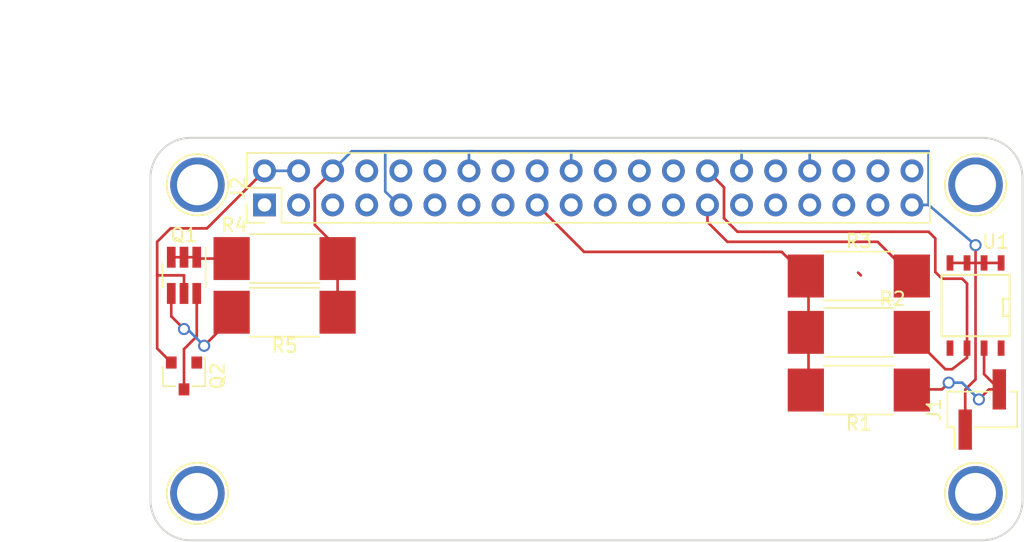
<source format=kicad_pcb>
(kicad_pcb (version 4) (host pcbnew 4.0.6)

  (general
    (links 33)
    (no_connects 4)
    (area -11.333333 -10 242.904763 188.28)
    (thickness 1.6)
    (drawings 15)
    (tracks 112)
    (zones 0)
    (modules 14)
    (nets 37)
  )

  (page A3)
  (title_block
    (date "15 nov 2012")
  )

  (layers
    (0 F.Cu signal)
    (31 B.Cu signal)
    (32 B.Adhes user)
    (33 F.Adhes user)
    (34 B.Paste user)
    (35 F.Paste user)
    (36 B.SilkS user)
    (37 F.SilkS user)
    (38 B.Mask user)
    (39 F.Mask user)
    (40 Dwgs.User user)
    (41 Cmts.User user)
    (42 Eco1.User user)
    (43 Eco2.User user)
    (44 Edge.Cuts user)
  )

  (setup
    (last_trace_width 0.2)
    (trace_clearance 0.2)
    (zone_clearance 0.508)
    (zone_45_only no)
    (trace_min 0.1524)
    (segment_width 0.2)
    (edge_width 0.15)
    (via_size 0.9)
    (via_drill 0.6)
    (via_min_size 0.8)
    (via_min_drill 0.5)
    (uvia_size 0.5)
    (uvia_drill 0.1)
    (uvias_allowed no)
    (uvia_min_size 0.5)
    (uvia_min_drill 0.1)
    (pcb_text_width 0.3)
    (pcb_text_size 1 1)
    (mod_edge_width 0.15)
    (mod_text_size 1 1)
    (mod_text_width 0.15)
    (pad_size 1 1)
    (pad_drill 0.6)
    (pad_to_mask_clearance 0)
    (aux_axis_origin 143.51 180.975)
    (visible_elements 7FFFFFFF)
    (pcbplotparams
      (layerselection 0x00030_80000001)
      (usegerberextensions true)
      (excludeedgelayer true)
      (linewidth 0.150000)
      (plotframeref false)
      (viasonmask false)
      (mode 1)
      (useauxorigin false)
      (hpglpennumber 1)
      (hpglpenspeed 20)
      (hpglpendiameter 15)
      (hpglpenoverlay 2)
      (psnegative false)
      (psa4output false)
      (plotreference true)
      (plotvalue true)
      (plotinvisibletext false)
      (padsonsilk false)
      (subtractmaskfromsilk false)
      (outputformat 1)
      (mirror false)
      (drillshape 1)
      (scaleselection 1)
      (outputdirectory ""))
  )

  (net 0 "")
  (net 1 +5V)
  (net 2 GND)
  (net 3 +3V3)
  (net 4 "Net-(J1-Pad2)")
  (net 5 "/Pi Connector/+5V_Pi")
  (net 6 "/Pi Connector/GPIO2")
  (net 7 "/Pi Connector/GPIO3")
  (net 8 "/Pi Connector/GCLK")
  (net 9 "/Pi Connector/GPIO14")
  (net 10 "/Pi Connector/GPIO15")
  (net 11 "/Pi Connector/GEN0")
  (net 12 "/Pi Connector/GEN1")
  (net 13 "/Pi Connector/GEN2")
  (net 14 "/Pi Connector/GEN3")
  (net 15 "/Pi Connector/GEN4")
  (net 16 "/Pi Connector/GEN5")
  (net 17 "/Pi Connector/GPIO10")
  (net 18 "/Pi Connector/GPIO9")
  (net 19 "/Pi Connector/GEN6")
  (net 20 "/Pi Connector/GPIO11")
  (net 21 "/Pi Connector/GPIO8")
  (net 22 "/Pi Connector/GPIO7")
  (net 23 "/Pi Connector/ID_SD")
  (net 24 "/Pi Connector/ID_SC")
  (net 25 "/Pi Connector/GPIO5")
  (net 26 "/Pi Connector/GPIO6")
  (net 27 "/Pi Connector/GPIO12")
  (net 28 "/Pi Connector/GPIO13")
  (net 29 "/Pi Connector/GPIO19")
  (net 30 "/Pi Connector/GPIO16")
  (net 31 "/Pi Connector/GPIO26")
  (net 32 "/Pi Connector/GPIO20")
  (net 33 "/Pi Connector/GPIO21")
  (net 34 "Net-(Q1-Pad1)")
  (net 35 "Net-(Q1-Pad4)")
  (net 36 "Net-(U1-Pad8)")

  (net_class Default "This is the default net class."
    (clearance 0.2)
    (trace_width 0.2)
    (via_dia 0.9)
    (via_drill 0.6)
    (uvia_dia 0.5)
    (uvia_drill 0.1)
    (add_net +3V3)
    (add_net +5V)
    (add_net "/Pi Connector/+5V_Pi")
    (add_net "/Pi Connector/GCLK")
    (add_net "/Pi Connector/GEN0")
    (add_net "/Pi Connector/GEN1")
    (add_net "/Pi Connector/GEN2")
    (add_net "/Pi Connector/GEN3")
    (add_net "/Pi Connector/GEN4")
    (add_net "/Pi Connector/GEN5")
    (add_net "/Pi Connector/GEN6")
    (add_net "/Pi Connector/GPIO10")
    (add_net "/Pi Connector/GPIO11")
    (add_net "/Pi Connector/GPIO12")
    (add_net "/Pi Connector/GPIO13")
    (add_net "/Pi Connector/GPIO14")
    (add_net "/Pi Connector/GPIO15")
    (add_net "/Pi Connector/GPIO16")
    (add_net "/Pi Connector/GPIO19")
    (add_net "/Pi Connector/GPIO2")
    (add_net "/Pi Connector/GPIO20")
    (add_net "/Pi Connector/GPIO21")
    (add_net "/Pi Connector/GPIO26")
    (add_net "/Pi Connector/GPIO3")
    (add_net "/Pi Connector/GPIO5")
    (add_net "/Pi Connector/GPIO6")
    (add_net "/Pi Connector/GPIO7")
    (add_net "/Pi Connector/GPIO8")
    (add_net "/Pi Connector/GPIO9")
    (add_net "/Pi Connector/ID_SC")
    (add_net "/Pi Connector/ID_SD")
    (add_net GND)
    (add_net "Net-(J1-Pad2)")
    (add_net "Net-(Q1-Pad1)")
    (add_net "Net-(Q1-Pad4)")
    (add_net "Net-(U1-Pad8)")
  )

  (net_class Power ""
    (clearance 0.2)
    (trace_width 0.5)
    (via_dia 1)
    (via_drill 0.7)
    (uvia_dia 0.5)
    (uvia_drill 0.1)
  )

  (module Pin_Headers:Pin_Header_Straight_1x02_Pitch2.54mm_SMD_Pin1Left locked (layer F.Cu) (tedit 58CD4EC1) (tstamp 59407229)
    (at 242 155.25 90)
    (descr "surface-mounted straight pin header, 1x02, 2.54mm pitch, single row, style 1 (pin 1 left)")
    (tags "Surface mounted pin header SMD 1x02 2.54mm single row style1 pin1 left")
    (path /593AE832)
    (attr smd)
    (fp_text reference J1 (at 0 -3.6 90) (layer F.SilkS)
      (effects (font (size 1 1) (thickness 0.15)))
    )
    (fp_text value CONN_02X01 (at 0 3.6 90) (layer F.Fab)
      (effects (font (size 1 1) (thickness 0.15)))
    )
    (fp_line (start -1.27 -2.54) (end -1.27 2.54) (layer F.Fab) (width 0.1))
    (fp_line (start -1.27 2.54) (end 1.27 2.54) (layer F.Fab) (width 0.1))
    (fp_line (start 1.27 2.54) (end 1.27 -2.54) (layer F.Fab) (width 0.1))
    (fp_line (start 1.27 -2.54) (end -1.27 -2.54) (layer F.Fab) (width 0.1))
    (fp_line (start -1.27 -1.59) (end -1.27 -0.95) (layer F.Fab) (width 0.1))
    (fp_line (start -1.27 -0.95) (end -2.65 -0.95) (layer F.Fab) (width 0.1))
    (fp_line (start -2.65 -0.95) (end -2.65 -1.59) (layer F.Fab) (width 0.1))
    (fp_line (start -2.65 -1.59) (end -1.27 -1.59) (layer F.Fab) (width 0.1))
    (fp_line (start 1.27 0.95) (end 1.27 1.59) (layer F.Fab) (width 0.1))
    (fp_line (start 1.27 1.59) (end 2.65 1.59) (layer F.Fab) (width 0.1))
    (fp_line (start 2.65 1.59) (end 2.65 0.95) (layer F.Fab) (width 0.1))
    (fp_line (start 2.65 0.95) (end 1.27 0.95) (layer F.Fab) (width 0.1))
    (fp_line (start -1.33 -2.07) (end -1.33 -2.6) (layer F.SilkS) (width 0.12))
    (fp_line (start -1.33 -2.6) (end 1.33 -2.6) (layer F.SilkS) (width 0.12))
    (fp_line (start 1.33 -2.6) (end 1.33 -2.07) (layer F.SilkS) (width 0.12))
    (fp_line (start -1.33 2.07) (end -1.33 2.6) (layer F.SilkS) (width 0.12))
    (fp_line (start -1.33 2.6) (end 1.33 2.6) (layer F.SilkS) (width 0.12))
    (fp_line (start 1.33 2.6) (end 1.33 2.07) (layer F.SilkS) (width 0.12))
    (fp_line (start 1.33 -2.6) (end 1.33 0.59) (layer F.SilkS) (width 0.12))
    (fp_line (start -1.33 -2.07) (end -3 -2.07) (layer F.SilkS) (width 0.12))
    (fp_line (start -1.33 -0.59) (end -1.33 2.6) (layer F.SilkS) (width 0.12))
    (fp_line (start -3.5 -3.05) (end -3.5 3.05) (layer F.CrtYd) (width 0.05))
    (fp_line (start -3.5 3.05) (end 3.5 3.05) (layer F.CrtYd) (width 0.05))
    (fp_line (start 3.5 3.05) (end 3.5 -3.05) (layer F.CrtYd) (width 0.05))
    (fp_line (start 3.5 -3.05) (end -3.5 -3.05) (layer F.CrtYd) (width 0.05))
    (fp_text user %R (at 0 -3.6 90) (layer F.Fab)
      (effects (font (size 1 1) (thickness 0.15)))
    )
    (pad 1 smd rect (at -1.5 -1.27 90) (size 3 1) (layers F.Cu F.Paste F.Mask)
      (net 2 GND))
    (pad 2 smd rect (at 1.5 1.27 90) (size 3 1) (layers F.Cu F.Paste F.Mask)
      (net 4 "Net-(J1-Pad2)"))
    (model ${KISYS3DMOD}/Pin_Headers.3dshapes/Pin_Header_Straight_1x02_Pitch2.54mm_SMD_Pin1Left.wrl
      (at (xyz 0 0 0))
      (scale (xyz 1 1 1))
      (rotate (xyz 0 0 0))
    )
  )

  (module TO_SOT_Packages_SMD:SOT-23-6_Handsoldering locked (layer F.Cu) (tedit 59408F3E) (tstamp 5940731B)
    (at 182.5 145.25 270)
    (descr "6-pin SOT-23 package, Handsoldering")
    (tags "SOT-23-6 Handsoldering")
    (path /5939A150/5939C269)
    (attr smd)
    (fp_text reference Q1 (at -3 0 360) (layer F.SilkS)
      (effects (font (size 1 1) (thickness 0.15)))
    )
    (fp_text value DMMT5401 (at 0 3.25 270) (layer F.Fab)
      (effects (font (size 1 1) (thickness 0.15)))
    )
    (fp_text user %R (at 0 0 270) (layer F.Fab)
      (effects (font (size 0.5 0.5) (thickness 0.075)))
    )
    (fp_line (start -0.9 1.61) (end 0.9 1.61) (layer F.SilkS) (width 0.12))
    (fp_line (start 0.9 -1.61) (end -2.05 -1.61) (layer F.SilkS) (width 0.12))
    (fp_line (start -2.4 1.8) (end -2.4 -1.8) (layer F.CrtYd) (width 0.05))
    (fp_line (start 2.4 1.8) (end -2.4 1.8) (layer F.CrtYd) (width 0.05))
    (fp_line (start 2.4 -1.8) (end 2.4 1.8) (layer F.CrtYd) (width 0.05))
    (fp_line (start -2.4 -1.8) (end 2.4 -1.8) (layer F.CrtYd) (width 0.05))
    (fp_line (start -0.9 -0.9) (end -0.25 -1.55) (layer F.Fab) (width 0.1))
    (fp_line (start 0.9 -1.55) (end -0.25 -1.55) (layer F.Fab) (width 0.1))
    (fp_line (start -0.9 -0.9) (end -0.9 1.55) (layer F.Fab) (width 0.1))
    (fp_line (start 0.9 1.55) (end -0.9 1.55) (layer F.Fab) (width 0.1))
    (fp_line (start 0.9 -1.55) (end 0.9 1.55) (layer F.Fab) (width 0.1))
    (pad 1 smd rect (at -1.35 -0.95 270) (size 1.56 0.65) (layers F.Cu F.Paste F.Mask)
      (net 34 "Net-(Q1-Pad1)"))
    (pad 2 smd rect (at -1.35 0 270) (size 1.56 0.65) (layers F.Cu F.Paste F.Mask)
      (net 34 "Net-(Q1-Pad1)"))
    (pad 3 smd rect (at -1.35 0.95 270) (size 1.56 0.65) (layers F.Cu F.Paste F.Mask)
      (net 34 "Net-(Q1-Pad1)"))
    (pad 4 smd rect (at 1.35 0.95 270) (size 1.56 0.65) (layers F.Cu F.Paste F.Mask)
      (net 35 "Net-(Q1-Pad4)"))
    (pad 6 smd rect (at 1.35 -0.95 270) (size 1.56 0.65) (layers F.Cu F.Paste F.Mask)
      (net 1 +5V))
    (pad 5 smd rect (at 1.35 0 270) (size 1.56 0.65) (layers F.Cu F.Paste F.Mask)
      (net 5 "/Pi Connector/+5V_Pi"))
    (model ${KISYS3DMOD}/TO_SOT_Packages_SMD.3dshapes/SOT-23-6.wrl
      (at (xyz 0 0 0))
      (scale (xyz 1 1 1))
      (rotate (xyz 0 0 0))
    )
  )

  (module TO_SOT_Packages_SMD:SOT-23 locked (layer F.Cu) (tedit 59408F8D) (tstamp 59407330)
    (at 182.5 152.75 270)
    (descr "SOT-23, Standard")
    (tags SOT-23)
    (path /5939A150/5939A4E1)
    (attr smd)
    (fp_text reference Q2 (at 0 -2.5 270) (layer F.SilkS)
      (effects (font (size 1 1) (thickness 0.15)))
    )
    (fp_text value DMG2305UX (at 2.25 -2.25 360) (layer F.Fab)
      (effects (font (size 1 1) (thickness 0.15)))
    )
    (fp_text user %R (at 0 0 270) (layer F.Fab)
      (effects (font (size 0.5 0.5) (thickness 0.075)))
    )
    (fp_line (start -0.7 -0.95) (end -0.7 1.5) (layer F.Fab) (width 0.1))
    (fp_line (start -0.15 -1.52) (end 0.7 -1.52) (layer F.Fab) (width 0.1))
    (fp_line (start -0.7 -0.95) (end -0.15 -1.52) (layer F.Fab) (width 0.1))
    (fp_line (start 0.7 -1.52) (end 0.7 1.52) (layer F.Fab) (width 0.1))
    (fp_line (start -0.7 1.52) (end 0.7 1.52) (layer F.Fab) (width 0.1))
    (fp_line (start 0.76 1.58) (end 0.76 0.65) (layer F.SilkS) (width 0.12))
    (fp_line (start 0.76 -1.58) (end 0.76 -0.65) (layer F.SilkS) (width 0.12))
    (fp_line (start -1.7 -1.75) (end 1.7 -1.75) (layer F.CrtYd) (width 0.05))
    (fp_line (start 1.7 -1.75) (end 1.7 1.75) (layer F.CrtYd) (width 0.05))
    (fp_line (start 1.7 1.75) (end -1.7 1.75) (layer F.CrtYd) (width 0.05))
    (fp_line (start -1.7 1.75) (end -1.7 -1.75) (layer F.CrtYd) (width 0.05))
    (fp_line (start 0.76 -1.58) (end -1.4 -1.58) (layer F.SilkS) (width 0.12))
    (fp_line (start 0.76 1.58) (end -0.7 1.58) (layer F.SilkS) (width 0.12))
    (pad 1 smd rect (at -1 -0.95 270) (size 0.9 0.8) (layers F.Cu F.Paste F.Mask)
      (net 35 "Net-(Q1-Pad4)"))
    (pad 2 smd rect (at -1 0.95 270) (size 0.9 0.8) (layers F.Cu F.Paste F.Mask)
      (net 5 "/Pi Connector/+5V_Pi"))
    (pad 3 smd rect (at 1 0 270) (size 0.9 0.8) (layers F.Cu F.Paste F.Mask)
      (net 1 +5V))
    (model ${KISYS3DMOD}/TO_SOT_Packages_SMD.3dshapes/SOT-23.wrl
      (at (xyz 0 0 0))
      (scale (xyz 1 1 1))
      (rotate (xyz 0 0 0))
    )
  )

  (module Resistors_SMD:R_2512_HandSoldering locked (layer F.Cu) (tedit 59408F02) (tstamp 59407341)
    (at 190 144)
    (descr "Resistor SMD 2512, hand soldering")
    (tags "resistor 2512")
    (path /5939A150/5939C46F)
    (attr smd)
    (fp_text reference R4 (at -3.75 -2.5) (layer F.SilkS)
      (effects (font (size 1 1) (thickness 0.15)))
    )
    (fp_text value 10K (at 0 0) (layer F.Fab)
      (effects (font (size 1 1) (thickness 0.15)))
    )
    (fp_text user %R (at 0 0) (layer F.Fab)
      (effects (font (size 1 1) (thickness 0.15)))
    )
    (fp_line (start -3.15 1.6) (end -3.15 -1.6) (layer F.Fab) (width 0.1))
    (fp_line (start 3.15 1.6) (end -3.15 1.6) (layer F.Fab) (width 0.1))
    (fp_line (start 3.15 -1.6) (end 3.15 1.6) (layer F.Fab) (width 0.1))
    (fp_line (start -3.15 -1.6) (end 3.15 -1.6) (layer F.Fab) (width 0.1))
    (fp_line (start 2.6 1.82) (end -2.6 1.82) (layer F.SilkS) (width 0.12))
    (fp_line (start -2.6 -1.82) (end 2.6 -1.82) (layer F.SilkS) (width 0.12))
    (fp_line (start -5.56 -1.85) (end 5.55 -1.85) (layer F.CrtYd) (width 0.05))
    (fp_line (start -5.56 -1.85) (end -5.56 1.85) (layer F.CrtYd) (width 0.05))
    (fp_line (start 5.55 1.85) (end 5.55 -1.85) (layer F.CrtYd) (width 0.05))
    (fp_line (start 5.55 1.85) (end -5.56 1.85) (layer F.CrtYd) (width 0.05))
    (pad 1 smd rect (at -3.95 0) (size 2.7 3.2) (layers F.Cu F.Paste F.Mask)
      (net 34 "Net-(Q1-Pad1)"))
    (pad 2 smd rect (at 3.95 0) (size 2.7 3.2) (layers F.Cu F.Paste F.Mask)
      (net 2 GND))
    (model ${KISYS3DMOD}/Resistors_SMD.3dshapes/R_2512.wrl
      (at (xyz 0 0 0))
      (scale (xyz 1 1 1))
      (rotate (xyz 0 0 0))
    )
  )

  (module Resistors_SMD:R_2512_HandSoldering locked (layer F.Cu) (tedit 59408EF6) (tstamp 59407352)
    (at 190 148)
    (descr "Resistor SMD 2512, hand soldering")
    (tags "resistor 2512")
    (path /5939A150/5939C4DE)
    (attr smd)
    (fp_text reference R5 (at 0 2.5) (layer F.SilkS)
      (effects (font (size 1 1) (thickness 0.15)))
    )
    (fp_text value 47K (at 0 0.25) (layer F.Fab)
      (effects (font (size 1 1) (thickness 0.15)))
    )
    (fp_text user %R (at 0 0) (layer F.Fab)
      (effects (font (size 1 1) (thickness 0.15)))
    )
    (fp_line (start -3.15 1.6) (end -3.15 -1.6) (layer F.Fab) (width 0.1))
    (fp_line (start 3.15 1.6) (end -3.15 1.6) (layer F.Fab) (width 0.1))
    (fp_line (start 3.15 -1.6) (end 3.15 1.6) (layer F.Fab) (width 0.1))
    (fp_line (start -3.15 -1.6) (end 3.15 -1.6) (layer F.Fab) (width 0.1))
    (fp_line (start 2.6 1.82) (end -2.6 1.82) (layer F.SilkS) (width 0.12))
    (fp_line (start -2.6 -1.82) (end 2.6 -1.82) (layer F.SilkS) (width 0.12))
    (fp_line (start -5.56 -1.85) (end 5.55 -1.85) (layer F.CrtYd) (width 0.05))
    (fp_line (start -5.56 -1.85) (end -5.56 1.85) (layer F.CrtYd) (width 0.05))
    (fp_line (start 5.55 1.85) (end 5.55 -1.85) (layer F.CrtYd) (width 0.05))
    (fp_line (start 5.55 1.85) (end -5.56 1.85) (layer F.CrtYd) (width 0.05))
    (pad 1 smd rect (at -3.95 0) (size 2.7 3.2) (layers F.Cu F.Paste F.Mask)
      (net 35 "Net-(Q1-Pad4)"))
    (pad 2 smd rect (at 3.95 0) (size 2.7 3.2) (layers F.Cu F.Paste F.Mask)
      (net 2 GND))
    (model ${KISYS3DMOD}/Resistors_SMD.3dshapes/R_2512.wrl
      (at (xyz 0 0 0))
      (scale (xyz 1 1 1))
      (rotate (xyz 0 0 0))
    )
  )

  (module SMD_Packages:SOIC-8-N locked (layer F.Cu) (tedit 59408F71) (tstamp 59407365)
    (at 241.5 147.5 180)
    (descr "Module Narrow CMS SOJ 8 pins large")
    (tags "CMS SOJ")
    (path /593A5DD2)
    (attr smd)
    (fp_text reference U1 (at -1.5 4.75 180) (layer F.SilkS)
      (effects (font (size 1 1) (thickness 0.15)))
    )
    (fp_text value CAT24C32WI-GT3 (at 0 1.27 180) (layer F.Fab)
      (effects (font (size 1 1) (thickness 0.15)))
    )
    (fp_line (start -2.54 -2.286) (end 2.54 -2.286) (layer F.SilkS) (width 0.15))
    (fp_line (start 2.54 -2.286) (end 2.54 2.286) (layer F.SilkS) (width 0.15))
    (fp_line (start 2.54 2.286) (end -2.54 2.286) (layer F.SilkS) (width 0.15))
    (fp_line (start -2.54 2.286) (end -2.54 -2.286) (layer F.SilkS) (width 0.15))
    (fp_line (start -2.54 -0.762) (end -2.032 -0.762) (layer F.SilkS) (width 0.15))
    (fp_line (start -2.032 -0.762) (end -2.032 0.508) (layer F.SilkS) (width 0.15))
    (fp_line (start -2.032 0.508) (end -2.54 0.508) (layer F.SilkS) (width 0.15))
    (pad 8 smd rect (at -1.905 -3.175 180) (size 0.508 1.143) (layers F.Cu F.Paste F.Mask)
      (net 36 "Net-(U1-Pad8)"))
    (pad 7 smd rect (at -0.635 -3.175 180) (size 0.508 1.143) (layers F.Cu F.Paste F.Mask)
      (net 4 "Net-(J1-Pad2)"))
    (pad 6 smd rect (at 0.635 -3.175 180) (size 0.508 1.143) (layers F.Cu F.Paste F.Mask)
      (net 24 "/Pi Connector/ID_SC"))
    (pad 5 smd rect (at 1.905 -3.175 180) (size 0.508 1.143) (layers F.Cu F.Paste F.Mask)
      (net 23 "/Pi Connector/ID_SD"))
    (pad 4 smd rect (at 1.905 3.175 180) (size 0.508 1.143) (layers F.Cu F.Paste F.Mask)
      (net 2 GND))
    (pad 3 smd rect (at 0.635 3.175 180) (size 0.508 1.143) (layers F.Cu F.Paste F.Mask)
      (net 2 GND))
    (pad 2 smd rect (at -0.635 3.175 180) (size 0.508 1.143) (layers F.Cu F.Paste F.Mask)
      (net 2 GND))
    (pad 1 smd rect (at -1.905 3.175 180) (size 0.508 1.143) (layers F.Cu F.Paste F.Mask)
      (net 2 GND))
    (model SMD_Packages.3dshapes/SOIC-8-N.wrl
      (at (xyz 0 0 0))
      (scale (xyz 0.5 0.38 0.5))
      (rotate (xyz 0 0 0))
    )
  )

  (module Pin_Headers:Pin_Header_Straight_2x20_Pitch2.54mm locked (layer F.Cu) (tedit 59408F42) (tstamp 594075CC)
    (at 188.5 140 90)
    (descr "Through hole straight pin header, 2x20, 2.54mm pitch, double rows")
    (tags "Through hole pin header THT 2x20 2.54mm double row")
    (path /59374905/59374B1F)
    (fp_text reference J2 (at 1.25 -2 90) (layer F.SilkS)
      (effects (font (size 1 1) (thickness 0.15)))
    )
    (fp_text value CONN_02X20 (at 1.27 50.59 90) (layer F.Fab)
      (effects (font (size 1 1) (thickness 0.15)))
    )
    (fp_line (start -1.27 -1.27) (end -1.27 49.53) (layer F.Fab) (width 0.1))
    (fp_line (start -1.27 49.53) (end 3.81 49.53) (layer F.Fab) (width 0.1))
    (fp_line (start 3.81 49.53) (end 3.81 -1.27) (layer F.Fab) (width 0.1))
    (fp_line (start 3.81 -1.27) (end -1.27 -1.27) (layer F.Fab) (width 0.1))
    (fp_line (start -1.33 1.27) (end -1.33 49.59) (layer F.SilkS) (width 0.12))
    (fp_line (start -1.33 49.59) (end 3.87 49.59) (layer F.SilkS) (width 0.12))
    (fp_line (start 3.87 49.59) (end 3.87 -1.33) (layer F.SilkS) (width 0.12))
    (fp_line (start 3.87 -1.33) (end 1.27 -1.33) (layer F.SilkS) (width 0.12))
    (fp_line (start 1.27 -1.33) (end 1.27 1.27) (layer F.SilkS) (width 0.12))
    (fp_line (start 1.27 1.27) (end -1.33 1.27) (layer F.SilkS) (width 0.12))
    (fp_line (start -1.33 0) (end -1.33 -1.33) (layer F.SilkS) (width 0.12))
    (fp_line (start -1.33 -1.33) (end 0 -1.33) (layer F.SilkS) (width 0.12))
    (fp_line (start -1.8 -1.8) (end -1.8 50.05) (layer F.CrtYd) (width 0.05))
    (fp_line (start -1.8 50.05) (end 4.35 50.05) (layer F.CrtYd) (width 0.05))
    (fp_line (start 4.35 50.05) (end 4.35 -1.8) (layer F.CrtYd) (width 0.05))
    (fp_line (start 4.35 -1.8) (end -1.8 -1.8) (layer F.CrtYd) (width 0.05))
    (fp_text user %R (at 1.27 -2.33 90) (layer F.Fab)
      (effects (font (size 1 1) (thickness 0.15)))
    )
    (pad 1 thru_hole rect (at 0 0 90) (size 1.7 1.7) (drill 1) (layers *.Cu *.Mask)
      (net 3 +3V3))
    (pad 2 thru_hole oval (at 2.54 0 90) (size 1.7 1.7) (drill 1) (layers *.Cu *.Mask)
      (net 5 "/Pi Connector/+5V_Pi"))
    (pad 3 thru_hole oval (at 0 2.54 90) (size 1.7 1.7) (drill 1) (layers *.Cu *.Mask)
      (net 6 "/Pi Connector/GPIO2"))
    (pad 4 thru_hole oval (at 2.54 2.54 90) (size 1.7 1.7) (drill 1) (layers *.Cu *.Mask)
      (net 5 "/Pi Connector/+5V_Pi"))
    (pad 5 thru_hole oval (at 0 5.08 90) (size 1.7 1.7) (drill 1) (layers *.Cu *.Mask)
      (net 7 "/Pi Connector/GPIO3"))
    (pad 6 thru_hole oval (at 2.54 5.08 90) (size 1.7 1.7) (drill 1) (layers *.Cu *.Mask)
      (net 2 GND))
    (pad 7 thru_hole oval (at 0 7.62 90) (size 1.7 1.7) (drill 1) (layers *.Cu *.Mask)
      (net 8 "/Pi Connector/GCLK"))
    (pad 8 thru_hole oval (at 2.54 7.62 90) (size 1.7 1.7) (drill 1) (layers *.Cu *.Mask)
      (net 9 "/Pi Connector/GPIO14"))
    (pad 9 thru_hole oval (at 0 10.16 90) (size 1.7 1.7) (drill 1) (layers *.Cu *.Mask)
      (net 2 GND))
    (pad 10 thru_hole oval (at 2.54 10.16 90) (size 1.7 1.7) (drill 1) (layers *.Cu *.Mask)
      (net 10 "/Pi Connector/GPIO15"))
    (pad 11 thru_hole oval (at 0 12.7 90) (size 1.7 1.7) (drill 1) (layers *.Cu *.Mask)
      (net 11 "/Pi Connector/GEN0"))
    (pad 12 thru_hole oval (at 2.54 12.7 90) (size 1.7 1.7) (drill 1) (layers *.Cu *.Mask)
      (net 12 "/Pi Connector/GEN1"))
    (pad 13 thru_hole oval (at 0 15.24 90) (size 1.7 1.7) (drill 1) (layers *.Cu *.Mask)
      (net 13 "/Pi Connector/GEN2"))
    (pad 14 thru_hole oval (at 2.54 15.24 90) (size 1.7 1.7) (drill 1) (layers *.Cu *.Mask)
      (net 2 GND))
    (pad 15 thru_hole oval (at 0 17.78 90) (size 1.7 1.7) (drill 1) (layers *.Cu *.Mask)
      (net 14 "/Pi Connector/GEN3"))
    (pad 16 thru_hole oval (at 2.54 17.78 90) (size 1.7 1.7) (drill 1) (layers *.Cu *.Mask)
      (net 15 "/Pi Connector/GEN4"))
    (pad 17 thru_hole oval (at 0 20.32 90) (size 1.7 1.7) (drill 1) (layers *.Cu *.Mask)
      (net 3 +3V3))
    (pad 18 thru_hole oval (at 2.54 20.32 90) (size 1.7 1.7) (drill 1) (layers *.Cu *.Mask)
      (net 16 "/Pi Connector/GEN5"))
    (pad 19 thru_hole oval (at 0 22.86 90) (size 1.7 1.7) (drill 1) (layers *.Cu *.Mask)
      (net 17 "/Pi Connector/GPIO10"))
    (pad 20 thru_hole oval (at 2.54 22.86 90) (size 1.7 1.7) (drill 1) (layers *.Cu *.Mask)
      (net 2 GND))
    (pad 21 thru_hole oval (at 0 25.4 90) (size 1.7 1.7) (drill 1) (layers *.Cu *.Mask)
      (net 18 "/Pi Connector/GPIO9"))
    (pad 22 thru_hole oval (at 2.54 25.4 90) (size 1.7 1.7) (drill 1) (layers *.Cu *.Mask)
      (net 19 "/Pi Connector/GEN6"))
    (pad 23 thru_hole oval (at 0 27.94 90) (size 1.7 1.7) (drill 1) (layers *.Cu *.Mask)
      (net 20 "/Pi Connector/GPIO11"))
    (pad 24 thru_hole oval (at 2.54 27.94 90) (size 1.7 1.7) (drill 1) (layers *.Cu *.Mask)
      (net 21 "/Pi Connector/GPIO8"))
    (pad 25 thru_hole oval (at 0 30.48 90) (size 1.7 1.7) (drill 1) (layers *.Cu *.Mask)
      (net 2 GND))
    (pad 26 thru_hole oval (at 2.54 30.48 90) (size 1.7 1.7) (drill 1) (layers *.Cu *.Mask)
      (net 22 "/Pi Connector/GPIO7"))
    (pad 27 thru_hole oval (at 0 33.02 90) (size 1.7 1.7) (drill 1) (layers *.Cu *.Mask)
      (net 23 "/Pi Connector/ID_SD"))
    (pad 28 thru_hole oval (at 2.54 33.02 90) (size 1.7 1.7) (drill 1) (layers *.Cu *.Mask)
      (net 24 "/Pi Connector/ID_SC"))
    (pad 29 thru_hole oval (at 0 35.56 90) (size 1.7 1.7) (drill 1) (layers *.Cu *.Mask)
      (net 25 "/Pi Connector/GPIO5"))
    (pad 30 thru_hole oval (at 2.54 35.56 90) (size 1.7 1.7) (drill 1) (layers *.Cu *.Mask)
      (net 2 GND))
    (pad 31 thru_hole oval (at 0 38.1 90) (size 1.7 1.7) (drill 1) (layers *.Cu *.Mask)
      (net 26 "/Pi Connector/GPIO6"))
    (pad 32 thru_hole oval (at 2.54 38.1 90) (size 1.7 1.7) (drill 1) (layers *.Cu *.Mask)
      (net 27 "/Pi Connector/GPIO12"))
    (pad 33 thru_hole oval (at 0 40.64 90) (size 1.7 1.7) (drill 1) (layers *.Cu *.Mask)
      (net 28 "/Pi Connector/GPIO13"))
    (pad 34 thru_hole oval (at 2.54 40.64 90) (size 1.7 1.7) (drill 1) (layers *.Cu *.Mask)
      (net 2 GND))
    (pad 35 thru_hole oval (at 0 43.18 90) (size 1.7 1.7) (drill 1) (layers *.Cu *.Mask)
      (net 29 "/Pi Connector/GPIO19"))
    (pad 36 thru_hole oval (at 2.54 43.18 90) (size 1.7 1.7) (drill 1) (layers *.Cu *.Mask)
      (net 30 "/Pi Connector/GPIO16"))
    (pad 37 thru_hole oval (at 0 45.72 90) (size 1.7 1.7) (drill 1) (layers *.Cu *.Mask)
      (net 31 "/Pi Connector/GPIO26"))
    (pad 38 thru_hole oval (at 2.54 45.72 90) (size 1.7 1.7) (drill 1) (layers *.Cu *.Mask)
      (net 32 "/Pi Connector/GPIO20"))
    (pad 39 thru_hole oval (at 0 48.26 90) (size 1.7 1.7) (drill 1) (layers *.Cu *.Mask)
      (net 2 GND))
    (pad 40 thru_hole oval (at 2.54 48.26 90) (size 1.7 1.7) (drill 1) (layers *.Cu *.Mask)
      (net 33 "/Pi Connector/GPIO21"))
    (model ${KISYS3DMOD}/Pin_Headers.3dshapes/Pin_Header_Straight_2x20_Pitch2.54mm.wrl
      (at (xyz 0.05 -0.95 0))
      (scale (xyz 1 1 1))
      (rotate (xyz 0 0 90))
    )
  )

  (module Resistors_SMD:R_2512_HandSoldering locked (layer F.Cu) (tedit 59408F50) (tstamp 5940763D)
    (at 232.8 153.8)
    (descr "Resistor SMD 2512, hand soldering")
    (tags "resistor 2512")
    (path /593AD0AC)
    (attr smd)
    (fp_text reference R1 (at 0 2.5) (layer F.SilkS)
      (effects (font (size 1 1) (thickness 0.15)))
    )
    (fp_text value 1K (at 0 0) (layer F.Fab)
      (effects (font (size 1 1) (thickness 0.15)))
    )
    (fp_text user %R (at 0 0) (layer F.Fab)
      (effects (font (size 1 1) (thickness 0.15)))
    )
    (fp_line (start -3.15 1.6) (end -3.15 -1.6) (layer F.Fab) (width 0.1))
    (fp_line (start 3.15 1.6) (end -3.15 1.6) (layer F.Fab) (width 0.1))
    (fp_line (start 3.15 -1.6) (end 3.15 1.6) (layer F.Fab) (width 0.1))
    (fp_line (start -3.15 -1.6) (end 3.15 -1.6) (layer F.Fab) (width 0.1))
    (fp_line (start 2.6 1.82) (end -2.6 1.82) (layer F.SilkS) (width 0.12))
    (fp_line (start -2.6 -1.82) (end 2.6 -1.82) (layer F.SilkS) (width 0.12))
    (fp_line (start -5.56 -1.85) (end 5.55 -1.85) (layer F.CrtYd) (width 0.05))
    (fp_line (start -5.56 -1.85) (end -5.56 1.85) (layer F.CrtYd) (width 0.05))
    (fp_line (start 5.55 1.85) (end 5.55 -1.85) (layer F.CrtYd) (width 0.05))
    (fp_line (start 5.55 1.85) (end -5.56 1.85) (layer F.CrtYd) (width 0.05))
    (pad 1 smd rect (at -3.95 0) (size 2.7 3.2) (layers F.Cu F.Paste F.Mask)
      (net 3 +3V3))
    (pad 2 smd rect (at 3.95 0) (size 2.7 3.2) (layers F.Cu F.Paste F.Mask)
      (net 4 "Net-(J1-Pad2)"))
    (model ${KISYS3DMOD}/Resistors_SMD.3dshapes/R_2512.wrl
      (at (xyz 0 0 0))
      (scale (xyz 1 1 1))
      (rotate (xyz 0 0 0))
    )
  )

  (module Resistors_SMD:R_2512_HandSoldering locked (layer F.Cu) (tedit 59408F49) (tstamp 5940764E)
    (at 232.8 149.5)
    (descr "Resistor SMD 2512, hand soldering")
    (tags "resistor 2512")
    (path /593AD233)
    (attr smd)
    (fp_text reference R2 (at 2.5 -2.5) (layer F.SilkS)
      (effects (font (size 1 1) (thickness 0.15)))
    )
    (fp_text value 3.9K (at 0 0) (layer F.Fab)
      (effects (font (size 1 1) (thickness 0.15)))
    )
    (fp_text user %R (at 0 0) (layer F.Fab)
      (effects (font (size 1 1) (thickness 0.15)))
    )
    (fp_line (start -3.15 1.6) (end -3.15 -1.6) (layer F.Fab) (width 0.1))
    (fp_line (start 3.15 1.6) (end -3.15 1.6) (layer F.Fab) (width 0.1))
    (fp_line (start 3.15 -1.6) (end 3.15 1.6) (layer F.Fab) (width 0.1))
    (fp_line (start -3.15 -1.6) (end 3.15 -1.6) (layer F.Fab) (width 0.1))
    (fp_line (start 2.6 1.82) (end -2.6 1.82) (layer F.SilkS) (width 0.12))
    (fp_line (start -2.6 -1.82) (end 2.6 -1.82) (layer F.SilkS) (width 0.12))
    (fp_line (start -5.56 -1.85) (end 5.55 -1.85) (layer F.CrtYd) (width 0.05))
    (fp_line (start -5.56 -1.85) (end -5.56 1.85) (layer F.CrtYd) (width 0.05))
    (fp_line (start 5.55 1.85) (end 5.55 -1.85) (layer F.CrtYd) (width 0.05))
    (fp_line (start 5.55 1.85) (end -5.56 1.85) (layer F.CrtYd) (width 0.05))
    (pad 1 smd rect (at -3.95 0) (size 2.7 3.2) (layers F.Cu F.Paste F.Mask)
      (net 3 +3V3))
    (pad 2 smd rect (at 3.95 0) (size 2.7 3.2) (layers F.Cu F.Paste F.Mask)
      (net 24 "/Pi Connector/ID_SC"))
    (model ${KISYS3DMOD}/Resistors_SMD.3dshapes/R_2512.wrl
      (at (xyz 0 0 0))
      (scale (xyz 1 1 1))
      (rotate (xyz 0 0 0))
    )
  )

  (module Resistors_SMD:R_2512_HandSoldering locked (layer F.Cu) (tedit 59408714) (tstamp 5940765F)
    (at 232.8 145.3)
    (descr "Resistor SMD 2512, hand soldering")
    (tags "resistor 2512")
    (path /593AD382)
    (attr smd)
    (fp_text reference R3 (at 0 -2.6) (layer F.SilkS)
      (effects (font (size 1 1) (thickness 0.15)))
    )
    (fp_text value 3.9K (at 0 0) (layer F.Fab)
      (effects (font (size 1 1) (thickness 0.15)))
    )
    (fp_text user %R (at 0 0) (layer F.Fab)
      (effects (font (size 1 1) (thickness 0.15)))
    )
    (fp_line (start -3.15 1.6) (end -3.15 -1.6) (layer F.Fab) (width 0.1))
    (fp_line (start 3.15 1.6) (end -3.15 1.6) (layer F.Fab) (width 0.1))
    (fp_line (start 3.15 -1.6) (end 3.15 1.6) (layer F.Fab) (width 0.1))
    (fp_line (start -3.15 -1.6) (end 3.15 -1.6) (layer F.Fab) (width 0.1))
    (fp_line (start 2.6 1.82) (end -2.6 1.82) (layer F.SilkS) (width 0.12))
    (fp_line (start -2.6 -1.82) (end 2.6 -1.82) (layer F.SilkS) (width 0.12))
    (fp_line (start -5.56 -1.85) (end 5.55 -1.85) (layer F.CrtYd) (width 0.05))
    (fp_line (start -5.56 -1.85) (end -5.56 1.85) (layer F.CrtYd) (width 0.05))
    (fp_line (start 5.55 1.85) (end 5.55 -1.85) (layer F.CrtYd) (width 0.05))
    (fp_line (start 5.55 1.85) (end -5.56 1.85) (layer F.CrtYd) (width 0.05))
    (pad 1 smd rect (at -3.95 0) (size 2.7 3.2) (layers F.Cu F.Paste F.Mask)
      (net 3 +3V3))
    (pad 2 smd rect (at 3.95 0) (size 2.7 3.2) (layers F.Cu F.Paste F.Mask)
      (net 23 "/Pi Connector/ID_SD"))
    (model ${KISYS3DMOD}/Resistors_SMD.3dshapes/R_2512.wrl
      (at (xyz 0 0 0))
      (scale (xyz 1 1 1))
      (rotate (xyz 0 0 0))
    )
  )

  (module Connectors:1pin locked (layer F.Cu) (tedit 59408F34) (tstamp 59407845)
    (at 183.5 138.5)
    (descr "module 1 pin (ou trou mecanique de percage)")
    (tags DEV)
    (fp_text reference REF** (at 0 -3.048) (layer F.SilkS) hide
      (effects (font (size 1 1) (thickness 0.15)))
    )
    (fp_text value 1pin (at 0 3) (layer F.Fab)
      (effects (font (size 1 1) (thickness 0.15)))
    )
    (fp_circle (center 0 0) (end 2 0.8) (layer F.Fab) (width 0.1))
    (fp_circle (center 0 0) (end 2.6 0) (layer F.CrtYd) (width 0.05))
    (fp_circle (center 0 0) (end 0 -2.286) (layer F.SilkS) (width 0.12))
    (pad 1 thru_hole circle (at 0 0) (size 4.064 4.064) (drill 3.048) (layers *.Cu *.Mask))
  )

  (module Connectors:1pin locked (layer F.Cu) (tedit 59408FA2) (tstamp 594078A3)
    (at 241.5 138.5)
    (descr "module 1 pin (ou trou mecanique de percage)")
    (tags DEV)
    (fp_text reference REF** (at 0 -3.048) (layer F.SilkS) hide
      (effects (font (size 1 1) (thickness 0.15)))
    )
    (fp_text value 1pin (at 0 3) (layer F.Fab)
      (effects (font (size 1 1) (thickness 0.15)))
    )
    (fp_circle (center 0 0) (end 2 0.8) (layer F.Fab) (width 0.1))
    (fp_circle (center 0 0) (end 2.6 0) (layer F.CrtYd) (width 0.05))
    (fp_circle (center 0 0) (end 0 -2.286) (layer F.SilkS) (width 0.12))
    (pad 1 thru_hole circle (at 0 0) (size 4.064 4.064) (drill 3.048) (layers *.Cu *.Mask))
  )

  (module Connectors:1pin locked (layer F.Cu) (tedit 59408F59) (tstamp 594078AC)
    (at 241.5 161.5)
    (descr "module 1 pin (ou trou mecanique de percage)")
    (tags DEV)
    (fp_text reference REF** (at 0 -3.048) (layer F.SilkS) hide
      (effects (font (size 1 1) (thickness 0.15)))
    )
    (fp_text value 1pin (at 0 3) (layer F.Fab)
      (effects (font (size 1 1) (thickness 0.15)))
    )
    (fp_circle (center 0 0) (end 2 0.8) (layer F.Fab) (width 0.1))
    (fp_circle (center 0 0) (end 2.6 0) (layer F.CrtYd) (width 0.05))
    (fp_circle (center 0 0) (end 0 -2.286) (layer F.SilkS) (width 0.12))
    (pad 1 thru_hole circle (at 0 0) (size 4.064 4.064) (drill 3.048) (layers *.Cu *.Mask))
  )

  (module Connectors:1pin locked (layer F.Cu) (tedit 59408F99) (tstamp 59407E39)
    (at 183.5 161.5)
    (descr "module 1 pin (ou trou mecanique de percage)")
    (tags DEV)
    (fp_text reference REF** (at 0 -3.048) (layer F.SilkS) hide
      (effects (font (size 1 1) (thickness 0.15)))
    )
    (fp_text value 1pin (at 0 3) (layer F.Fab)
      (effects (font (size 1 1) (thickness 0.15)))
    )
    (fp_circle (center 0 0) (end 2 0.8) (layer F.Fab) (width 0.1))
    (fp_circle (center 0 0) (end 2.6 0) (layer F.CrtYd) (width 0.05))
    (fp_circle (center 0 0) (end 0 -2.286) (layer F.SilkS) (width 0.12))
    (pad 1 thru_hole circle (at 0 0) (size 4.064 4.064) (drill 3.048) (layers *.Cu *.Mask))
  )

  (dimension 29 (width 0.25) (layer Dwgs.User)
    (gr_text "29.000 mm" (at 227 132) (layer Dwgs.User)
      (effects (font (size 1 1) (thickness 0.25)))
    )
    (feature1 (pts (xy 241.5 138.5) (xy 241.5 131)))
    (feature2 (pts (xy 212.5 138.5) (xy 212.5 131)))
    (crossbar (pts (xy 212.5 133) (xy 241.5 133)))
    (arrow1a (pts (xy 241.5 133) (xy 240.373496 133.586421)))
    (arrow1b (pts (xy 241.5 133) (xy 240.373496 132.413579)))
    (arrow2a (pts (xy 212.5 133) (xy 213.626504 133.586421)))
    (arrow2b (pts (xy 212.5 133) (xy 213.626504 132.413579)))
  )
  (dimension 29 (width 0.25) (layer Dwgs.User)
    (gr_text "29.000 mm" (at 198 132) (layer Dwgs.User) (tstamp 594078E3)
      (effects (font (size 1 1) (thickness 0.25)))
    )
    (feature1 (pts (xy 212.5 138.5) (xy 212.5 131)))
    (feature2 (pts (xy 183.5 138.5) (xy 183.5 131)))
    (crossbar (pts (xy 183.5 133) (xy 212.5 133)))
    (arrow1a (pts (xy 212.5 133) (xy 211.373496 133.586421)))
    (arrow1b (pts (xy 212.5 133) (xy 211.373496 132.413579)))
    (arrow2a (pts (xy 183.5 133) (xy 184.626504 133.586421)))
    (arrow2b (pts (xy 183.5 133) (xy 184.626504 132.413579)))
  )
  (dimension 58 (width 0.25) (layer Dwgs.User)
    (gr_text "58.000 mm" (at 212.5 129.5) (layer Dwgs.User)
      (effects (font (size 1 1) (thickness 0.25)))
    )
    (feature1 (pts (xy 183.5 138.5) (xy 183.5 128.5)))
    (feature2 (pts (xy 241.5 138.5) (xy 241.5 128.5)))
    (crossbar (pts (xy 241.5 130.5) (xy 183.5 130.5)))
    (arrow1a (pts (xy 183.5 130.5) (xy 184.626504 129.913579)))
    (arrow1b (pts (xy 183.5 130.5) (xy 184.626504 131.086421)))
    (arrow2a (pts (xy 241.5 130.5) (xy 240.373496 129.913579)))
    (arrow2b (pts (xy 241.5 130.5) (xy 240.373496 131.086421)))
  )
  (dimension 23 (width 0.25) (layer Dwgs.User)
    (gr_text "23.000 mm" (at 176 150 90) (layer Dwgs.User)
      (effects (font (size 1 1) (thickness 0.25)))
    )
    (feature1 (pts (xy 183.5 138.5) (xy 175 138.5)))
    (feature2 (pts (xy 183.5 161.5) (xy 175 161.5)))
    (crossbar (pts (xy 177 161.5) (xy 177 138.5)))
    (arrow1a (pts (xy 177 138.5) (xy 177.586421 139.626504)))
    (arrow1b (pts (xy 177 138.5) (xy 176.413579 139.626504)))
    (arrow2a (pts (xy 177 161.5) (xy 177.586421 160.373496)))
    (arrow2b (pts (xy 177 161.5) (xy 176.413579 160.373496)))
  )
  (dimension 30 (width 0.25) (layer Dwgs.User)
    (gr_text "30.000 mm" (at 173 150 270) (layer Dwgs.User)
      (effects (font (size 1 1) (thickness 0.25)))
    )
    (feature1 (pts (xy 180 165) (xy 172 165)))
    (feature2 (pts (xy 180 135) (xy 172 135)))
    (crossbar (pts (xy 174 135) (xy 174 165)))
    (arrow1a (pts (xy 174 165) (xy 173.413579 163.873496)))
    (arrow1b (pts (xy 174 165) (xy 174.586421 163.873496)))
    (arrow2a (pts (xy 174 135) (xy 173.413579 136.126504)))
    (arrow2b (pts (xy 174 135) (xy 174.586421 136.126504)))
  )
  (dimension 65 (width 0.25) (layer Dwgs.User)
    (gr_text "65.000 mm" (at 212.5 126) (layer Dwgs.User)
      (effects (font (size 1 1) (thickness 0.25)))
    )
    (feature1 (pts (xy 245 135) (xy 245 125)))
    (feature2 (pts (xy 180 135) (xy 180 125)))
    (crossbar (pts (xy 180 127) (xy 245 127)))
    (arrow1a (pts (xy 245 127) (xy 243.873496 127.586421)))
    (arrow1b (pts (xy 245 127) (xy 243.873496 126.413579)))
    (arrow2a (pts (xy 180 127) (xy 181.126504 127.586421)))
    (arrow2b (pts (xy 180 127) (xy 181.126504 126.413579)))
  )
  (gr_line (start 245 138) (end 245 162) (angle 90) (layer Edge.Cuts) (width 0.15))
  (gr_arc (start 242 162) (end 245 162) (angle 90) (layer Edge.Cuts) (width 0.15))
  (gr_arc (start 242 138) (end 242 135) (angle 90) (layer Edge.Cuts) (width 0.15))
  (gr_line (start 180 138) (end 180 162) (angle 90) (layer Edge.Cuts) (width 0.15) (tstamp 5940773A))
  (gr_line (start 183 165) (end 242 165) (angle 90) (layer Edge.Cuts) (width 0.15))
  (gr_arc (start 183 162) (end 183 165) (angle 90) (layer Edge.Cuts) (width 0.15))
  (gr_line (start 180 138) (end 180 162) (angle 90) (layer Edge.Cuts) (width 0.15))
  (gr_line (start 183 135) (end 242 135) (angle 90) (layer Edge.Cuts) (width 0.15))
  (gr_arc (start 183 138) (end 180 138) (angle 90) (layer Edge.Cuts) (width 0.15))

  (segment (start 232.75 145.05) (end 232.95 145.25) (width 0.2) (layer F.Cu) (net 0) (tstamp 594086BC))
  (segment (start 182.5 150.75) (end 182.5 153.75) (width 0.2) (layer F.Cu) (net 1) (tstamp 59408D6D))
  (segment (start 183.45 149.8) (end 182.5 150.75) (width 0.2) (layer F.Cu) (net 1) (tstamp 59408D6B))
  (segment (start 183.45 146.6) (end 183.45 149.8) (width 0.2) (layer F.Cu) (net 1))
  (segment (start 193.95 148) (end 193.95 144) (width 0.2) (layer F.Cu) (net 2))
  (segment (start 193.95 144) (end 193.95 143.2) (width 0.2) (layer F.Cu) (net 2))
  (segment (start 193.95 143.2) (end 192.25 141.5) (width 0.2) (layer F.Cu) (net 2) (tstamp 59408C31))
  (segment (start 192.25 141.5) (end 192.25 138.79) (width 0.2) (layer F.Cu) (net 2) (tstamp 59408C36))
  (segment (start 192.25 138.79) (end 193.58 137.46) (width 0.2) (layer F.Cu) (net 2) (tstamp 59408C38))
  (segment (start 240.73 156.75) (end 240.73 153.77) (width 0.2) (layer F.Cu) (net 2))
  (segment (start 241.5 153) (end 241.5 144.325) (width 0.2) (layer F.Cu) (net 2) (tstamp 594085E9))
  (segment (start 240.73 153.77) (end 241.5 153) (width 0.2) (layer F.Cu) (net 2) (tstamp 594085E3))
  (segment (start 238 140) (end 241.5 143) (width 0.2) (layer B.Cu) (net 2))
  (segment (start 241.5 143) (end 241.5 144.325) (width 0.2) (layer F.Cu) (net 2) (tstamp 5940848E))
  (via (at 241.5 143) (size 0.9) (drill 0.6) (layers F.Cu B.Cu) (net 2))
  (segment (start 241.5 144.325) (end 241.5 144.25) (width 0.2) (layer F.Cu) (net 2) (tstamp 5940848F))
  (segment (start 241.5 144.25) (end 241.5 144.325) (width 0.2) (layer F.Cu) (net 2) (tstamp 59408498))
  (segment (start 242.135 144.325) (end 243.405 144.325) (width 0.2) (layer F.Cu) (net 2))
  (segment (start 240.865 144.325) (end 241.5 144.325) (width 0.2) (layer F.Cu) (net 2))
  (segment (start 241.5 144.325) (end 242.135 144.325) (width 0.2) (layer F.Cu) (net 2) (tstamp 59408499))
  (segment (start 239.595 144.325) (end 240.865 144.325) (width 0.2) (layer F.Cu) (net 2))
  (segment (start 224.06 137.46) (end 223.768 137.46) (width 0.2) (layer B.Cu) (net 2))
  (segment (start 236.76 140) (end 238 140) (width 0.2) (layer B.Cu) (net 2))
  (segment (start 238 136) (end 229 136) (width 0.2) (layer B.Cu) (net 2) (tstamp 5940813B))
  (segment (start 238 140) (end 238 136) (width 0.2) (layer B.Cu) (net 2) (tstamp 59408139))
  (segment (start 203.74 137.46) (end 203.74 136) (width 0.2) (layer B.Cu) (net 2))
  (segment (start 203.74 136) (end 204 136) (width 0.2) (layer B.Cu) (net 2) (tstamp 5940812E))
  (segment (start 211.36 137.46) (end 211.36 136) (width 0.2) (layer B.Cu) (net 2))
  (segment (start 211.36 136) (end 211.5 136) (width 0.2) (layer B.Cu) (net 2) (tstamp 59408123))
  (segment (start 224.06 137.46) (end 224.06 136) (width 0.2) (layer B.Cu) (net 2))
  (segment (start 224.06 136) (end 224 136) (width 0.2) (layer B.Cu) (net 2) (tstamp 5940811E))
  (segment (start 202.5 136) (end 204 136) (width 0.2) (layer B.Cu) (net 2))
  (segment (start 197.5 136) (end 202.5 136) (width 0.2) (layer B.Cu) (net 2) (tstamp 59408104))
  (segment (start 204 136) (end 211.5 136) (width 0.2) (layer B.Cu) (net 2) (tstamp 59408131))
  (segment (start 211.5 136) (end 224 136) (width 0.2) (layer B.Cu) (net 2) (tstamp 59408126))
  (segment (start 224 136) (end 229 136) (width 0.2) (layer B.Cu) (net 2) (tstamp 59408121))
  (segment (start 229.14 136.14) (end 229.14 137.46) (width 0.2) (layer B.Cu) (net 2) (tstamp 5940811A))
  (segment (start 229 136) (end 229.14 136.14) (width 0.2) (layer B.Cu) (net 2) (tstamp 5940810A))
  (segment (start 197.5 136) (end 197.5 136.5) (width 0.2) (layer B.Cu) (net 2))
  (segment (start 197.5 136.5) (end 197.5 139) (width 0.2) (layer B.Cu) (net 2) (tstamp 5940809B))
  (segment (start 197.5 139) (end 198.5 140) (width 0.2) (layer B.Cu) (net 2) (tstamp 5940806B))
  (segment (start 197 136) (end 197.5 136) (width 0.2) (layer B.Cu) (net 2))
  (segment (start 203.74 137.24) (end 203.74 137.46) (width 0.2) (layer B.Cu) (net 2) (tstamp 594080F3))
  (segment (start 195 136) (end 197 136) (width 0.2) (layer B.Cu) (net 2))
  (segment (start 195 136) (end 193.58 137.42) (width 0.2) (layer B.Cu) (net 2) (tstamp 59408065))
  (segment (start 198.5 140) (end 198.66 140) (width 0.2) (layer B.Cu) (net 2) (tstamp 5940806E))
  (segment (start 193.58 137.46) (end 193.58 137.42) (width 0.2) (layer B.Cu) (net 2))
  (segment (start 225.75 143.5) (end 227.05 143.5) (width 0.2) (layer F.Cu) (net 3))
  (segment (start 225.75 143.5) (end 212.32 143.5) (width 0.2) (layer F.Cu) (net 3) (tstamp 5940907E))
  (segment (start 208.82 140) (end 212.32 143.5) (width 0.2) (layer F.Cu) (net 3) (tstamp 59409080))
  (segment (start 227.05 143.5) (end 228.85 145.3) (width 0.2) (layer F.Cu) (net 3) (tstamp 594092F3) (status 800000))
  (segment (start 229.05 149.5) (end 229.05 146.25) (width 0.2) (layer F.Cu) (net 3))
  (segment (start 229.05 146.25) (end 228.05 145.25) (width 0.2) (layer F.Cu) (net 3) (tstamp 59409073))
  (segment (start 229.05 153.75) (end 229.05 149.5) (width 0.2) (layer F.Cu) (net 3))
  (segment (start 229.05 149.5) (end 229.05 149.25) (width 0.2) (layer F.Cu) (net 3))
  (segment (start 243.27 153.75) (end 242.5 153.75) (width 0.2) (layer F.Cu) (net 4))
  (segment (start 239 153.75) (end 236.95 153.75) (width 0.2) (layer F.Cu) (net 4) (tstamp 594088D2))
  (segment (start 239.5 153.25) (end 239 153.75) (width 0.2) (layer F.Cu) (net 4) (tstamp 594088D1))
  (via (at 239.5 153.25) (size 0.9) (drill 0.6) (layers F.Cu B.Cu) (net 4))
  (segment (start 240.5 153.25) (end 239.5 153.25) (width 0.2) (layer B.Cu) (net 4) (tstamp 594088CE))
  (segment (start 241.75 154.5) (end 240.5 153.25) (width 0.2) (layer B.Cu) (net 4) (tstamp 594088CD))
  (via (at 241.75 154.5) (size 0.9) (drill 0.6) (layers F.Cu B.Cu) (net 4))
  (segment (start 242.5 153.75) (end 241.75 154.5) (width 0.2) (layer F.Cu) (net 4) (tstamp 594088C8))
  (segment (start 242.135 150.675) (end 242.135 152.615) (width 0.2) (layer F.Cu) (net 4))
  (segment (start 242.135 152.615) (end 243.27 153.75) (width 0.2) (layer F.Cu) (net 4) (tstamp 594085DB))
  (segment (start 180.5 145.25) (end 180.5 150.7) (width 0.2) (layer F.Cu) (net 5))
  (segment (start 180.5 150.7) (end 181.55 151.75) (width 0.2) (layer F.Cu) (net 5) (tstamp 59408DC8))
  (segment (start 182.5 146.6) (end 182.5 145.25) (width 0.2) (layer F.Cu) (net 5))
  (segment (start 184.21 141.75) (end 188.5 137.46) (width 0.2) (layer F.Cu) (net 5) (tstamp 59408AD9))
  (segment (start 181.5 141.75) (end 184.21 141.75) (width 0.2) (layer F.Cu) (net 5) (tstamp 59408AD6))
  (segment (start 180.5 142.75) (end 181.5 141.75) (width 0.2) (layer F.Cu) (net 5) (tstamp 59408AD2))
  (segment (start 180.5 145.25) (end 180.5 142.75) (width 0.2) (layer F.Cu) (net 5) (tstamp 59408AD1))
  (segment (start 182.5 145.25) (end 180.5 145.25) (width 0.2) (layer F.Cu) (net 5) (tstamp 59408AD0))
  (segment (start 188.5 137.5) (end 188.5 137.46) (width 0.2) (layer B.Cu) (net 5) (tstamp 59408A65))
  (segment (start 191.04 137.46) (end 188.5 137.46) (width 0.2) (layer B.Cu) (net 5))
  (segment (start 232.75 142.75) (end 234.2 142.75) (width 0.2) (layer F.Cu) (net 23))
  (segment (start 236.75 145.3) (end 234.75 143.3) (width 0.2) (layer F.Cu) (net 23) (tstamp 594092F7) (status 400000))
  (segment (start 232.75 142.75) (end 223 142.75) (width 0.2) (layer F.Cu) (net 23) (tstamp 594086BA))
  (segment (start 223 142.75) (end 221.52 141.27) (width 0.2) (layer F.Cu) (net 23) (tstamp 59408587))
  (segment (start 221.52 141.27) (end 221.52 140) (width 0.2) (layer F.Cu) (net 23) (tstamp 5940858C))
  (segment (start 234.2 142.75) (end 234.75 143.3) (width 0.2) (layer F.Cu) (net 23) (tstamp 594092FE))
  (segment (start 235.95 145.25) (end 235.95 143.95) (width 0.2) (layer F.Cu) (net 23))
  (segment (start 236.175 145.025) (end 235.95 145.25) (width 0.2) (layer F.Cu) (net 23) (tstamp 5940928D))
  (segment (start 240.865 147.635) (end 240.865 145.865) (width 0.2) (layer F.Cu) (net 24))
  (segment (start 235.23 142) (end 223.75 142) (width 0.2) (layer F.Cu) (net 24) (tstamp 59408544))
  (segment (start 223.75 142) (end 222.75 141) (width 0.2) (layer F.Cu) (net 24) (tstamp 59408554))
  (segment (start 222.75 141) (end 222.75 138.69) (width 0.2) (layer F.Cu) (net 24) (tstamp 5940855D))
  (segment (start 221.52 137.46) (end 222.75 138.69) (width 0.2) (layer F.Cu) (net 24) (tstamp 59408560))
  (segment (start 240.865 147.635) (end 240.865 150.675) (width 0.2) (layer F.Cu) (net 24))
  (segment (start 238 142) (end 235.23 142) (width 0.2) (layer F.Cu) (net 24) (tstamp 5940904E))
  (segment (start 238.5 142.5) (end 238 142) (width 0.2) (layer F.Cu) (net 24) (tstamp 5940904D))
  (segment (start 238.5 145) (end 238.5 142.5) (width 0.2) (layer F.Cu) (net 24) (tstamp 5940904C))
  (segment (start 239 145.5) (end 238.5 145) (width 0.2) (layer F.Cu) (net 24) (tstamp 5940904B))
  (segment (start 240.5 145.5) (end 239 145.5) (width 0.2) (layer F.Cu) (net 24) (tstamp 5940904A))
  (segment (start 240.865 145.865) (end 240.5 145.5) (width 0.2) (layer F.Cu) (net 24) (tstamp 59409049))
  (segment (start 239.75 152.25) (end 239.25 152.25) (width 0.2) (layer F.Cu) (net 24))
  (segment (start 240.865 151.385) (end 239.75 152.25) (width 0.2) (layer F.Cu) (net 24) (tstamp 5940874E))
  (segment (start 240.865 150.675) (end 240.865 151.385) (width 0.2) (layer F.Cu) (net 24))
  (segment (start 239.25 152.25) (end 236.95 149.95) (width 0.2) (layer F.Cu) (net 24) (tstamp 59408771))
  (segment (start 236.95 149.95) (end 236.95 149.5) (width 0.2) (layer F.Cu) (net 24) (tstamp 59408772))
  (segment (start 186.05 144) (end 183.55 144) (width 0.2) (layer F.Cu) (net 34))
  (segment (start 183.55 144) (end 183.45 143.9) (width 0.2) (layer F.Cu) (net 34) (tstamp 59408C29))
  (segment (start 181.55 143.9) (end 182.5 143.9) (width 0.2) (layer F.Cu) (net 34))
  (segment (start 182.5 143.9) (end 183.45 143.9) (width 0.2) (layer F.Cu) (net 34) (tstamp 59408C04))
  (segment (start 186.05 148) (end 186.05 148.45) (width 0.2) (layer F.Cu) (net 35))
  (segment (start 186.05 148.45) (end 184 150.5) (width 0.2) (layer F.Cu) (net 35) (tstamp 59408DBC))
  (via (at 184 150.5) (size 0.9) (drill 0.6) (layers F.Cu B.Cu) (net 35))
  (segment (start 184 150.5) (end 182.75 149.25) (width 0.2) (layer B.Cu) (net 35) (tstamp 59408DBF))
  (segment (start 182.75 149.25) (end 182.5 149.25) (width 0.2) (layer B.Cu) (net 35) (tstamp 59408DC0))
  (via (at 182.5 149.25) (size 0.9) (drill 0.6) (layers F.Cu B.Cu) (net 35))
  (segment (start 182.5 149.25) (end 181.55 148.3) (width 0.2) (layer F.Cu) (net 35) (tstamp 59408DC3))
  (segment (start 181.55 148.3) (end 181.55 146.6) (width 0.2) (layer F.Cu) (net 35) (tstamp 59408DC4))

)

</source>
